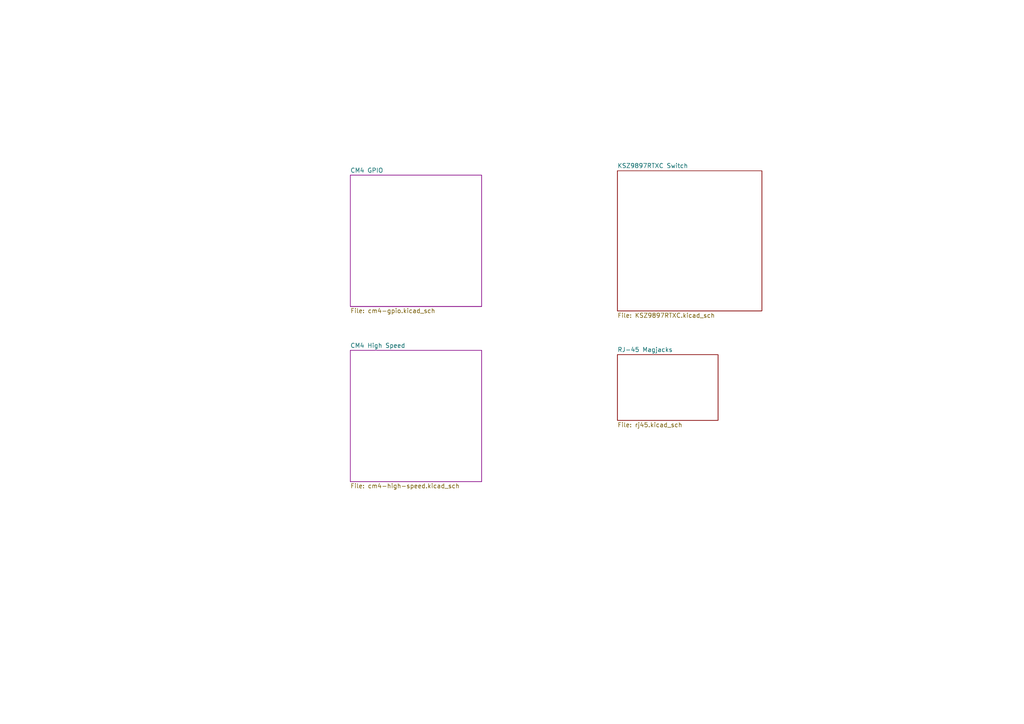
<source format=kicad_sch>
(kicad_sch
	(version 20231120)
	(generator "eeschema")
	(generator_version "8.0")
	(uuid "87b93ef3-3469-436c-9ae8-16e6c9607244")
	(paper "A4")
	(title_block
		(title "Raspberry Pi Compute Module 4 Carrier Template")
		(date "2020-10-31")
		(rev "v01")
		(comment 2 "creativecommons.org/licenses/by-sa/4.0/")
		(comment 3 "License: CC BY 4.0")
		(comment 4 "Author: Shawn Hymel")
	)
	(lib_symbols)
	(sheet
		(at 179.07 102.87)
		(size 29.21 19.05)
		(fields_autoplaced yes)
		(stroke
			(width 0.1524)
			(type solid)
		)
		(fill
			(color 0 0 0 0.0000)
		)
		(uuid "4602b6f1-ddcf-45b9-886d-ec7afe9a88b0")
		(property "Sheetname" "RJ-45 Magjacks"
			(at 179.07 102.1584 0)
			(effects
				(font
					(size 1.27 1.27)
				)
				(justify left bottom)
			)
		)
		(property "Sheetfile" "rj45.kicad_sch"
			(at 179.07 122.5046 0)
			(effects
				(font
					(size 1.27 1.27)
				)
				(justify left top)
			)
		)
		(instances
			(project "rpi-cm4-carrier-template"
				(path "/87b93ef3-3469-436c-9ae8-16e6c9607244"
					(page "5")
				)
			)
		)
	)
	(sheet
		(at 179.07 49.53)
		(size 41.91 40.64)
		(fields_autoplaced yes)
		(stroke
			(width 0.1524)
			(type solid)
		)
		(fill
			(color 0 0 0 0.0000)
		)
		(uuid "a750164c-9325-431d-9312-5cb40f11da35")
		(property "Sheetname" "KSZ9897RTXC Switch"
			(at 179.07 48.8184 0)
			(effects
				(font
					(size 1.27 1.27)
				)
				(justify left bottom)
			)
		)
		(property "Sheetfile" "KSZ9897RTXC.kicad_sch"
			(at 179.07 90.7546 0)
			(effects
				(font
					(size 1.27 1.27)
				)
				(justify left top)
			)
		)
		(instances
			(project "rpi-cm4-carrier-template"
				(path "/87b93ef3-3469-436c-9ae8-16e6c9607244"
					(page "4")
				)
			)
		)
	)
	(sheet
		(at 101.6 101.6)
		(size 38.1 38.1)
		(stroke
			(width 0)
			(type solid)
			(color 132 0 132 1)
		)
		(fill
			(color 255 255 255 0.0000)
		)
		(uuid "caa71f4c-454d-4ac9-b287-456eafb34991")
		(property "Sheetname" "CM4 High Speed"
			(at 101.6 100.9645 0)
			(effects
				(font
					(size 1.27 1.27)
				)
				(justify left bottom)
			)
		)
		(property "Sheetfile" "cm4-high-speed.kicad_sch"
			(at 101.6 140.2085 0)
			(effects
				(font
					(size 1.27 1.27)
				)
				(justify left top)
			)
		)
		(instances
			(project "rpi-cm4-carrier-template"
				(path "/87b93ef3-3469-436c-9ae8-16e6c9607244"
					(page "3")
				)
			)
		)
	)
	(sheet
		(at 101.6 50.8)
		(size 38.1 38.1)
		(stroke
			(width 0)
			(type solid)
			(color 132 0 132 1)
		)
		(fill
			(color 255 255 255 0.0000)
		)
		(uuid "fc4c71a5-1008-4ac4-98db-57c838c57d91")
		(property "Sheetname" "CM4 GPIO"
			(at 101.6 50.1645 0)
			(effects
				(font
					(size 1.27 1.27)
				)
				(justify left bottom)
			)
		)
		(property "Sheetfile" "cm4-gpio.kicad_sch"
			(at 101.6 89.4085 0)
			(effects
				(font
					(size 1.27 1.27)
				)
				(justify left top)
			)
		)
		(instances
			(project "rpi-cm4-carrier-template"
				(path "/87b93ef3-3469-436c-9ae8-16e6c9607244"
					(page "3")
				)
			)
		)
	)
	(sheet_instances
		(path "/"
			(page "1")
		)
	)
)

</source>
